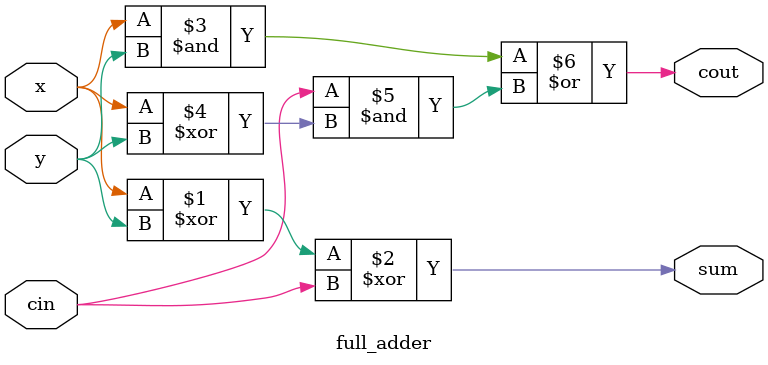
<source format=sv>
module top_module (
	input [3:0] x,
	input [3:0] y,
	output [4:0] sum
);

wire [3:0] carry;
wire [3:0] sum_bits;

// Full Adder Module
generate
	for (i = 0; i < 4; i=i+1) begin: FA
		full_adder FA_inst (
			.x(x[i]),
			.y(y[i]),
			.cin(carry[i]),
			.sum(sum_bits[i]),
			.cout(carry[i+1])
		);
	end
endgenerate

// Overflow Bit
assign carry[4] = carry[3];

// Output
assign sum = {carry[4], sum_bits};

endmodule
module full_adder (
	input x,
	input y,
	input cin,
	output sum,
	output cout
);
	
	assign sum = x ^ y ^ cin;
	assign cout = (x & y) | (cin & (x ^ y));

endmodule

</source>
